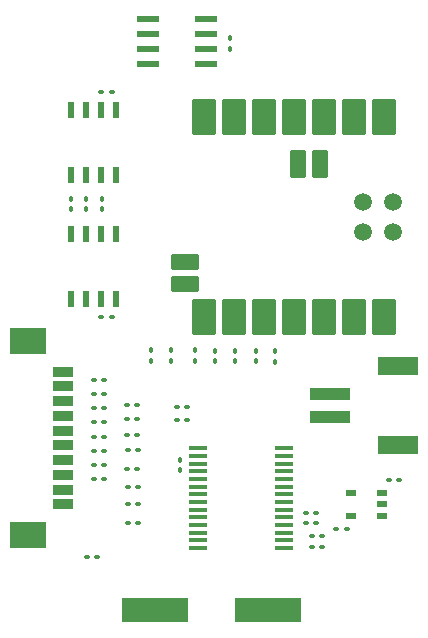
<source format=gbr>
%TF.GenerationSoftware,KiCad,Pcbnew,8.0.7*%
%TF.CreationDate,2025-01-13T12:12:40+05:30*%
%TF.ProjectId,STHDAQ_BX,53544844-4151-45f4-9258-2e6b69636164,rev?*%
%TF.SameCoordinates,Original*%
%TF.FileFunction,Paste,Top*%
%TF.FilePolarity,Positive*%
%FSLAX46Y46*%
G04 Gerber Fmt 4.6, Leading zero omitted, Abs format (unit mm)*
G04 Created by KiCad (PCBNEW 8.0.7) date 2025-01-13 12:12:40*
%MOMM*%
%LPD*%
G01*
G04 APERTURE LIST*
G04 Aperture macros list*
%AMRoundRect*
0 Rectangle with rounded corners*
0 $1 Rounding radius*
0 $2 $3 $4 $5 $6 $7 $8 $9 X,Y pos of 4 corners*
0 Add a 4 corners polygon primitive as box body*
4,1,4,$2,$3,$4,$5,$6,$7,$8,$9,$2,$3,0*
0 Add four circle primitives for the rounded corners*
1,1,$1+$1,$2,$3*
1,1,$1+$1,$4,$5*
1,1,$1+$1,$6,$7*
1,1,$1+$1,$8,$9*
0 Add four rect primitives between the rounded corners*
20,1,$1+$1,$2,$3,$4,$5,0*
20,1,$1+$1,$4,$5,$6,$7,0*
20,1,$1+$1,$6,$7,$8,$9,0*
20,1,$1+$1,$8,$9,$2,$3,0*%
G04 Aperture macros list end*
%ADD10R,1.981200X0.533400*%
%ADD11R,3.500000X1.000000*%
%ADD12R,3.400000X1.500000*%
%ADD13R,0.946899X0.508000*%
%ADD14RoundRect,0.090000X0.090000X-0.139000X0.090000X0.139000X-0.090000X0.139000X-0.090000X-0.139000X0*%
%ADD15RoundRect,0.090000X-0.139000X-0.090000X0.139000X-0.090000X0.139000X0.090000X-0.139000X0.090000X0*%
%ADD16RoundRect,0.090000X-0.090000X0.139000X-0.090000X-0.139000X0.090000X-0.139000X0.090000X0.139000X0*%
%ADD17RoundRect,0.090000X0.139000X0.090000X-0.139000X0.090000X-0.139000X-0.090000X0.139000X-0.090000X0*%
%ADD18R,5.600000X2.100000*%
%ADD19R,0.558000X1.454899*%
%ADD20R,1.701800X0.812800*%
%ADD21R,3.098800X2.209800*%
%ADD22RoundRect,0.030000X-0.970000X1.470000X-0.970000X-1.470000X0.970000X-1.470000X0.970000X1.470000X0*%
%ADD23RoundRect,0.026000X-0.624000X1.124000X-0.624000X-1.124000X0.624000X-1.124000X0.624000X1.124000X0*%
%ADD24RoundRect,0.026000X-1.124000X0.624000X-1.124000X-0.624000X1.124000X-0.624000X1.124000X0.624000X0*%
%ADD25C,1.500000*%
%ADD26R,1.639799X0.431000*%
G04 APERTURE END LIST*
D10*
%TO.C,U6*%
X187463800Y-86105000D03*
X187463800Y-84835000D03*
X187463800Y-83565000D03*
X187463800Y-82295000D03*
X182536200Y-82295000D03*
X182536200Y-83565000D03*
X182536200Y-84835000D03*
X182536200Y-86105000D03*
%TD*%
D11*
%TO.C,P1*%
X197915000Y-114060000D03*
X197915000Y-116060000D03*
D12*
X203665000Y-111710000D03*
X203665000Y-118410000D03*
%TD*%
D13*
%TO.C,U2*%
X199746449Y-124380001D03*
X199746449Y-122479999D03*
X202293551Y-122479999D03*
X202293551Y-123430000D03*
X202293551Y-124380001D03*
%TD*%
D14*
%TO.C,R13*%
X182770000Y-111242500D03*
X182770000Y-110377500D03*
%TD*%
D15*
%TO.C,R8*%
X177957500Y-118890000D03*
X178822500Y-118890000D03*
%TD*%
D16*
%TO.C,R1*%
X177300000Y-97567500D03*
X177300000Y-98432500D03*
%TD*%
D15*
%TO.C,C9*%
X184955000Y-116290000D03*
X185820000Y-116290000D03*
%TD*%
D17*
%TO.C,C1*%
X203752500Y-121380000D03*
X202887500Y-121380000D03*
%TD*%
D18*
%TO.C,Y1*%
X192650000Y-132400000D03*
X183150000Y-132400000D03*
%TD*%
D17*
%TO.C,C7*%
X179432500Y-107600000D03*
X178567500Y-107600000D03*
%TD*%
D15*
%TO.C,C8*%
X184990000Y-115140000D03*
X185855000Y-115140000D03*
%TD*%
D16*
%TO.C,R16*%
X193260000Y-110467500D03*
X193260000Y-111332500D03*
%TD*%
D17*
%TO.C,C3*%
X179432500Y-88500000D03*
X178567500Y-88500000D03*
%TD*%
D19*
%TO.C,U3*%
X179800000Y-100557304D03*
X178530000Y-100557304D03*
X177260000Y-100557304D03*
X175990000Y-100557304D03*
X175990000Y-106000000D03*
X177260000Y-106000000D03*
X178530000Y-106000000D03*
X179800000Y-106000000D03*
%TD*%
D20*
%TO.C,J1*%
X175304500Y-112175000D03*
X175304500Y-113425000D03*
X175304500Y-114675000D03*
X175304500Y-115925000D03*
X175304500Y-117175000D03*
X175304500Y-118425000D03*
X175304500Y-119675000D03*
X175304500Y-120925000D03*
X175304500Y-122175000D03*
X175304500Y-123425000D03*
D21*
X172404501Y-125975000D03*
X172404501Y-109625000D03*
%TD*%
D17*
%TO.C,C23*%
X178232500Y-127900000D03*
X177367500Y-127900000D03*
%TD*%
D15*
%TO.C,C21*%
X180837500Y-124960000D03*
X181702500Y-124960000D03*
%TD*%
%TO.C,R7*%
X177957500Y-117690000D03*
X178822500Y-117690000D03*
%TD*%
D16*
%TO.C,R14*%
X189930000Y-111282500D03*
X189930000Y-110417500D03*
%TD*%
D17*
%TO.C,C10*%
X197265000Y-127070000D03*
X196400000Y-127070000D03*
%TD*%
D15*
%TO.C,C17*%
X180847500Y-118850000D03*
X181712500Y-118850000D03*
%TD*%
D17*
%TO.C,C11*%
X197275000Y-126110000D03*
X196410000Y-126110000D03*
%TD*%
D15*
%TO.C,R9*%
X177957500Y-120090000D03*
X178822500Y-120090000D03*
%TD*%
%TO.C,C20*%
X180817500Y-123350000D03*
X181682500Y-123350000D03*
%TD*%
D22*
%TO.C,U5*%
X202520000Y-90600000D03*
X199980000Y-90600000D03*
X197440000Y-90600000D03*
X194900000Y-90600000D03*
X197440000Y-107600000D03*
X192360000Y-90600000D03*
X189820000Y-90600000D03*
X187280000Y-90600000D03*
X187280000Y-107600000D03*
X189820000Y-107600000D03*
X192360000Y-107600000D03*
X194900000Y-107600000D03*
D23*
X197100000Y-94600000D03*
X195200000Y-94600000D03*
D22*
X199980000Y-107600000D03*
D24*
X185650000Y-102900000D03*
X185650000Y-104800000D03*
D25*
X200750000Y-100370000D03*
X200750000Y-97830000D03*
X203290000Y-100370000D03*
X203290000Y-97830000D03*
D22*
X202520000Y-107600000D03*
%TD*%
D14*
%TO.C,R2*%
X188210000Y-111262500D03*
X188210000Y-110397500D03*
%TD*%
D16*
%TO.C,R15*%
X191700000Y-110437500D03*
X191700000Y-111302500D03*
%TD*%
%TO.C,C6*%
X185190000Y-119657500D03*
X185190000Y-120522500D03*
%TD*%
%TO.C,C22*%
X189500000Y-83967500D03*
X189500000Y-84832500D03*
%TD*%
D15*
%TO.C,R3*%
X177942500Y-112890000D03*
X178807500Y-112890000D03*
%TD*%
%TO.C,C16*%
X180727500Y-117560000D03*
X181592500Y-117560000D03*
%TD*%
D17*
%TO.C,C13*%
X196732500Y-125010000D03*
X195867500Y-125010000D03*
%TD*%
D15*
%TO.C,R4*%
X177942500Y-114090000D03*
X178807500Y-114090000D03*
%TD*%
%TO.C,C18*%
X181612500Y-120400000D03*
X180747500Y-120400000D03*
%TD*%
%TO.C,R6*%
X177950000Y-116490000D03*
X178815000Y-116490000D03*
%TD*%
D14*
%TO.C,R11*%
X186530000Y-111242500D03*
X186530000Y-110377500D03*
%TD*%
D15*
%TO.C,R5*%
X177942500Y-115290000D03*
X178807500Y-115290000D03*
%TD*%
%TO.C,C14*%
X180715000Y-115000000D03*
X181580000Y-115000000D03*
%TD*%
D19*
%TO.C,U4*%
X179800000Y-90057304D03*
X178530000Y-90057304D03*
X177260000Y-90057304D03*
X175990000Y-90057304D03*
X175990000Y-95500000D03*
X177260000Y-95500000D03*
X178530000Y-95500000D03*
X179800000Y-95500000D03*
%TD*%
D16*
%TO.C,C5*%
X178600000Y-97567500D03*
X178600000Y-98432500D03*
%TD*%
D17*
%TO.C,C12*%
X196752500Y-124170000D03*
X195887500Y-124170000D03*
%TD*%
D14*
%TO.C,R12*%
X184510000Y-111242500D03*
X184510000Y-110377500D03*
%TD*%
D26*
%TO.C,U1*%
X186767800Y-118675000D03*
X186767800Y-119325001D03*
X186767800Y-119975000D03*
X186767800Y-120625001D03*
X186767800Y-121274999D03*
X186767800Y-121925001D03*
X186767800Y-122574999D03*
X186767800Y-123224998D03*
X186767800Y-123874999D03*
X186767800Y-124524998D03*
X186767800Y-125174999D03*
X186767800Y-125824998D03*
X186767800Y-126474999D03*
X186767800Y-127124998D03*
X194032200Y-127125000D03*
X194032200Y-126474999D03*
X194032200Y-125825000D03*
X194032200Y-125174999D03*
X194032200Y-124525001D03*
X194032200Y-123874999D03*
X194032200Y-123225001D03*
X194032200Y-122574999D03*
X194032200Y-121925001D03*
X194032200Y-121274999D03*
X194032200Y-120625001D03*
X194032200Y-119975000D03*
X194032200Y-119325001D03*
X194032200Y-118675000D03*
%TD*%
D17*
%TO.C,C2*%
X199342500Y-125540000D03*
X198477500Y-125540000D03*
%TD*%
D15*
%TO.C,R10*%
X177957500Y-121290000D03*
X178822500Y-121290000D03*
%TD*%
D14*
%TO.C,C4*%
X176000000Y-98432500D03*
X176000000Y-97567500D03*
%TD*%
D15*
%TO.C,C19*%
X181662500Y-121940000D03*
X180797500Y-121940000D03*
%TD*%
%TO.C,C15*%
X181580000Y-116200000D03*
X180715000Y-116200000D03*
%TD*%
M02*

</source>
